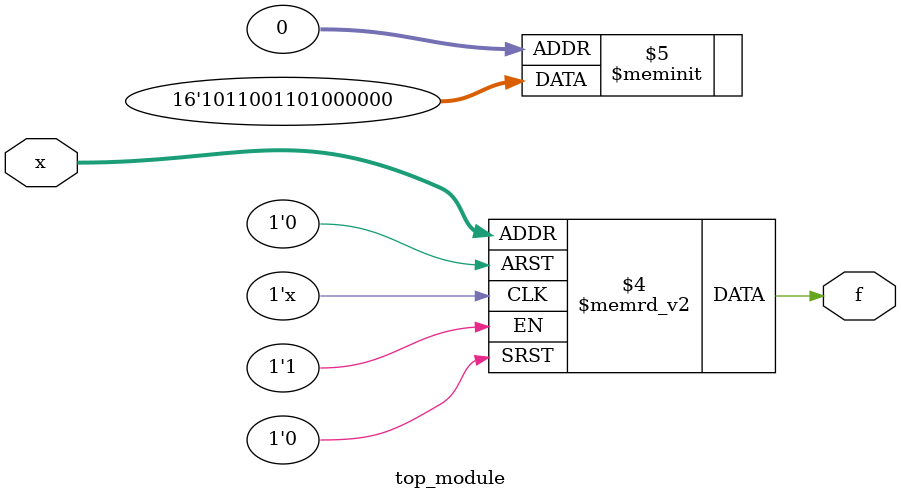
<source format=sv>
module top_module (
    input [4:1] x,
    output logic f
);

    always @(*) begin
        case (x)
            4'b0000: f = 1'b0; // d (don't-care)
            4'b0001: f = 1'b0;
            4'b0010: f = 1'b0; // d (don't-care)
            4'b0011: f = 1'b0; // d (don't-care)
            4'b0100: f = 1'b0;
            4'b0101: f = 1'b0; // d (don't-care)
            4'b0110: f = 1'b1;
            4'b0111: f = 1'b0;
            4'b1000: f = 1'b1;
            4'b1001: f = 1'b1;
            4'b1010: f = 1'b0;
            4'b1011: f = 1'b0; // d (don't-care)
            4'b1100: f = 1'b1;
            4'b1101: f = 1'b1;
            4'b1110: f = 1'b0; // d (don't-care)
            4'b1111: f = 1'b1; // d (don't-care)
            default: f = 1'b0;
        endcase
    end

endmodule

</source>
